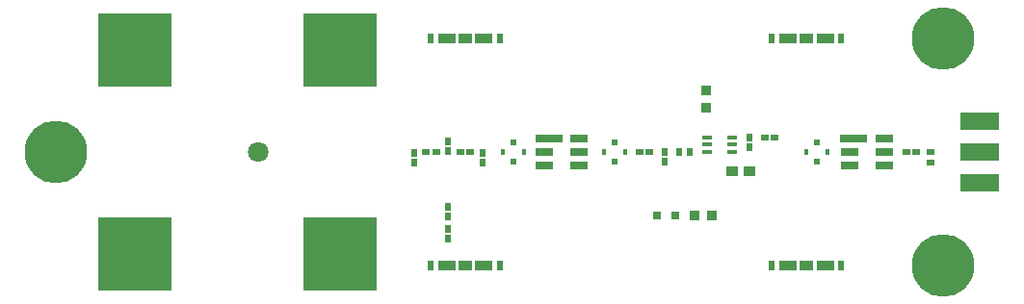
<source format=gbr>
G04*
G04 #@! TF.GenerationSoftware,Altium Limited,Altium Designer,24.9.1 (31)*
G04*
G04 Layer_Color=255*
%FSLAX25Y25*%
%MOIN*%
G70*
G04*
G04 #@! TF.SameCoordinates,BE83DA22-E0C5-4DDF-BF2C-7847B46FCBB1*
G04*
G04*
G04 #@! TF.FilePolarity,Positive*
G04*
G01*
G75*
%ADD16R,0.03937X0.03740*%
%ADD17R,0.02598X0.02441*%
%ADD18R,0.02441X0.02598*%
%ADD19R,0.02362X0.03543*%
%ADD20R,0.05906X0.03543*%
%ADD21R,0.04724X0.03543*%
%ADD22R,0.02874X0.02008*%
%ADD23R,0.06299X0.02559*%
%ADD24R,0.09252X0.02559*%
%ADD25R,0.13780X0.05906*%
%ADD26R,0.02008X0.02874*%
%ADD27R,0.03347X0.01575*%
%ADD28R,0.25591X0.25591*%
%ADD29R,0.03543X0.03347*%
%ADD30R,0.03150X0.03150*%
%ADD31R,0.03347X0.03543*%
%ADD35R,0.01575X0.01968*%
%ADD36R,0.01968X0.01968*%
%ADD57C,0.07087*%
%ADD58C,0.21654*%
D16*
X249803Y52362D02*
D03*
X255709D02*
D03*
D17*
X261080Y64173D02*
D03*
X264544D02*
D03*
X217796Y59055D02*
D03*
X221260D02*
D03*
X310079D02*
D03*
X313543D02*
D03*
X155748Y59055D02*
D03*
X159213D02*
D03*
X143937D02*
D03*
X147402D02*
D03*
D18*
X255906Y60709D02*
D03*
Y64173D02*
D03*
X226434Y55590D02*
D03*
Y59055D02*
D03*
X163386Y58819D02*
D03*
Y55354D02*
D03*
X151575Y62756D02*
D03*
Y59291D02*
D03*
Y36614D02*
D03*
Y40079D02*
D03*
Y28976D02*
D03*
Y32441D02*
D03*
X139764Y58819D02*
D03*
Y55354D02*
D03*
D19*
X145472Y19685D02*
D03*
X169488D02*
D03*
Y98425D02*
D03*
X145472D02*
D03*
X287598D02*
D03*
X263583D02*
D03*
X287598Y19685D02*
D03*
X263583D02*
D03*
D20*
X150984D02*
D03*
X163976D02*
D03*
Y98425D02*
D03*
X150984D02*
D03*
X282087D02*
D03*
X269094D02*
D03*
X282087Y19685D02*
D03*
X269094D02*
D03*
D21*
X157480D02*
D03*
Y98425D02*
D03*
X275590D02*
D03*
Y19685D02*
D03*
D22*
X318504Y55512D02*
D03*
Y59134D02*
D03*
D23*
X302461Y63779D02*
D03*
Y59055D02*
D03*
Y54331D02*
D03*
X290453D02*
D03*
Y59055D02*
D03*
X184843D02*
D03*
Y54331D02*
D03*
X196850D02*
D03*
Y59055D02*
D03*
Y63779D02*
D03*
D24*
X291929D02*
D03*
X186319D02*
D03*
D25*
X335630Y69685D02*
D03*
Y48425D02*
D03*
Y59055D02*
D03*
D26*
X235211D02*
D03*
X231589D02*
D03*
D27*
X241055Y64173D02*
D03*
Y61614D02*
D03*
Y59055D02*
D03*
X249913Y64173D02*
D03*
Y61614D02*
D03*
Y59055D02*
D03*
D28*
X114173Y94488D02*
D03*
Y23622D02*
D03*
X43307Y94488D02*
D03*
Y23622D02*
D03*
D29*
X240945Y74410D02*
D03*
Y80512D02*
D03*
D30*
X223760Y36957D02*
D03*
X230059D02*
D03*
D31*
X242961D02*
D03*
X236858D02*
D03*
D35*
X177871Y59055D02*
D03*
X170391D02*
D03*
X275394D02*
D03*
X282874D02*
D03*
X212818Y59055D02*
D03*
X205338D02*
D03*
D36*
X174131Y62402D02*
D03*
Y55709D02*
D03*
X279134D02*
D03*
Y62402D02*
D03*
X209078Y62402D02*
D03*
Y55709D02*
D03*
D57*
X85827Y59055D02*
D03*
D58*
X322835Y19685D02*
D03*
Y98425D02*
D03*
X15748Y59055D02*
D03*
M02*

</source>
